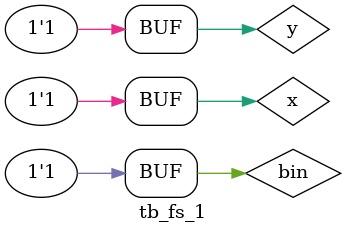
<source format=v>
`timescale 1ns / 1ps


module tb_fs_1;

    reg x, y, bin;

    wire diff, bout;

    fs_1    UUT(
        .x(x),
        .y(y),
        .bin(bin),
        .diff(diff),
        .bout(bout)
    );

    initial begin
        x = 0; y = 0; bin = 0;
        #100;
        x = 0; y = 1; bin = 0;
        #100;
        x = 1; y = 0; bin = 0;
        #100;
        x = 1; y = 1; bin = 0;
        #100;
        x = 0; y = 0; bin = 1;
        #100;
        x = 0; y = 1; bin = 1;
        #100;
        x = 1; y = 0; bin = 1;
        #100;
        x = 1; y = 1; bin = 1;
        #100;

    end
endmodule

</source>
